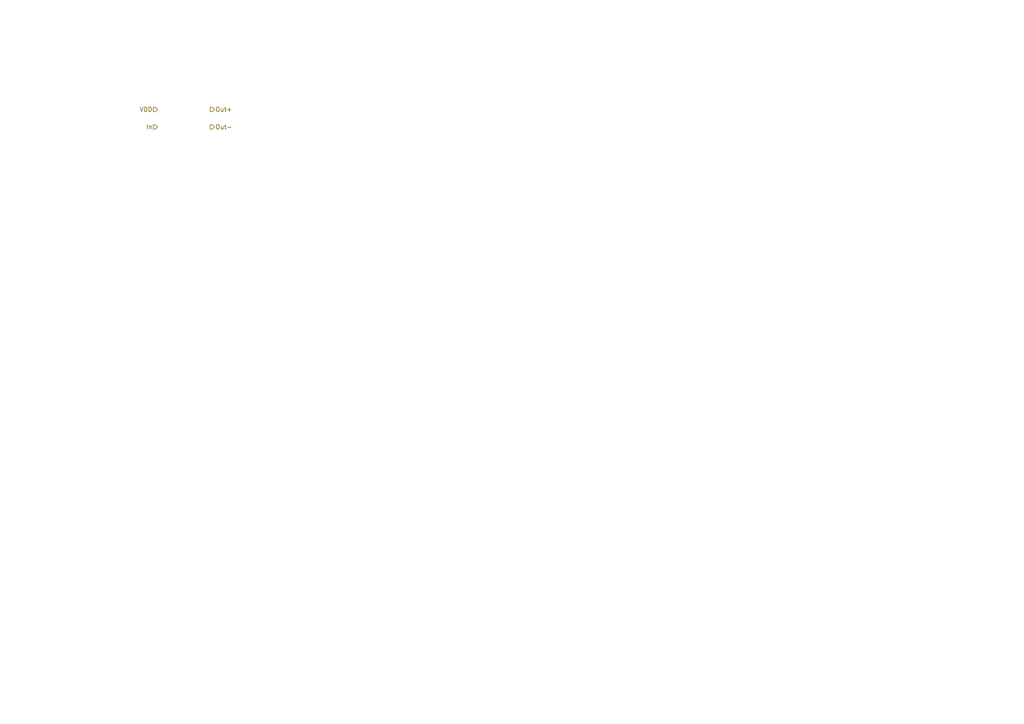
<source format=kicad_sch>
(kicad_sch (version 20230121) (generator eeschema)
  (paper "A4")
  (lib_symbols)
  (hierarchical_label "Out+" (shape output) (at 60.96 31.75 0))
  (hierarchical_label "Out-" (shape output) (at 60.96 36.83 0))
  (hierarchical_label "In" (shape input) (at 45.72 36.83 180))
  (hierarchical_label "VDD" (shape input) (at 45.72 31.75 180))
)
</source>
